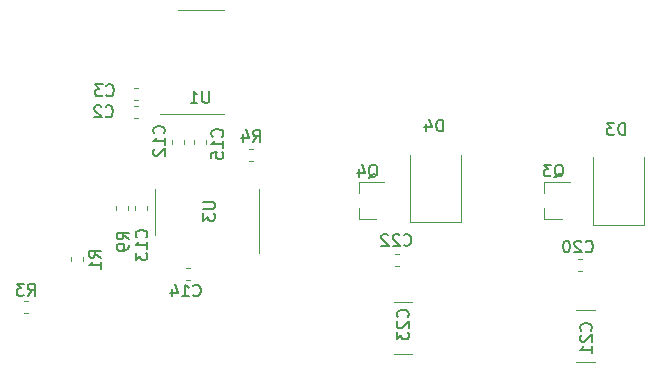
<source format=gbo>
G04 #@! TF.GenerationSoftware,KiCad,Pcbnew,(5.1.2)-1*
G04 #@! TF.CreationDate,2019-05-27T08:40:29+02:00*
G04 #@! TF.ProjectId,fireSound,66697265-536f-4756-9e64-2e6b69636164,rev?*
G04 #@! TF.SameCoordinates,Original*
G04 #@! TF.FileFunction,Legend,Bot*
G04 #@! TF.FilePolarity,Positive*
%FSLAX46Y46*%
G04 Gerber Fmt 4.6, Leading zero omitted, Abs format (unit mm)*
G04 Created by KiCad (PCBNEW (5.1.2)-1) date 2019-05-27 08:40:29*
%MOMM*%
%LPD*%
G04 APERTURE LIST*
%ADD10C,0.120000*%
%ADD11C,0.150000*%
G04 APERTURE END LIST*
D10*
X53990000Y-177155000D02*
X55450000Y-177155000D01*
X53990000Y-173995000D02*
X56150000Y-173995000D01*
X53990000Y-173995000D02*
X53990000Y-174925000D01*
X53990000Y-177155000D02*
X53990000Y-176225000D01*
X69715000Y-177130000D02*
X69715000Y-176200000D01*
X69715000Y-173970000D02*
X69715000Y-174900000D01*
X69715000Y-173970000D02*
X71875000Y-173970000D01*
X69715000Y-177130000D02*
X71175000Y-177130000D01*
X62650000Y-177375000D02*
X58350000Y-177375000D01*
X58350000Y-177375000D02*
X58350000Y-171675000D01*
X62650000Y-177375000D02*
X62650000Y-171675000D01*
X78125000Y-177600000D02*
X78125000Y-171900000D01*
X73825000Y-177600000D02*
X73825000Y-171900000D01*
X78125000Y-177600000D02*
X73825000Y-177600000D01*
X58547369Y-184115000D02*
X56952631Y-184115000D01*
X58547369Y-188535000D02*
X56952631Y-188535000D01*
X57078733Y-181085000D02*
X57421267Y-181085000D01*
X57078733Y-180065000D02*
X57421267Y-180065000D01*
X74022369Y-189260000D02*
X72427631Y-189260000D01*
X74022369Y-184840000D02*
X72427631Y-184840000D01*
X72553733Y-180540000D02*
X72896267Y-180540000D01*
X72553733Y-181560000D02*
X72896267Y-181560000D01*
X36713000Y-176530000D02*
X36713000Y-174580000D01*
X36713000Y-176530000D02*
X36713000Y-178480000D01*
X45583000Y-176530000D02*
X45583000Y-174580000D01*
X45583000Y-176530000D02*
X45583000Y-179980000D01*
X34469800Y-175977733D02*
X34469800Y-176320267D01*
X33449800Y-175977733D02*
X33449800Y-176320267D01*
X44723233Y-171194000D02*
X45065767Y-171194000D01*
X44723233Y-172214000D02*
X45065767Y-172214000D01*
X40066500Y-170732267D02*
X40066500Y-170389733D01*
X41086500Y-170732267D02*
X41086500Y-170389733D01*
X39731767Y-182247000D02*
X39389233Y-182247000D01*
X39731767Y-181227000D02*
X39389233Y-181227000D01*
X36070000Y-175977733D02*
X36070000Y-176320267D01*
X35050000Y-175977733D02*
X35050000Y-176320267D01*
X38161500Y-170732267D02*
X38161500Y-170389733D01*
X39181500Y-170732267D02*
X39181500Y-170389733D01*
X40640000Y-168265000D02*
X37190000Y-168265000D01*
X40640000Y-168265000D02*
X42590000Y-168265000D01*
X40640000Y-159395000D02*
X38690000Y-159395000D01*
X40640000Y-159395000D02*
X42590000Y-159395000D01*
X25991667Y-185091800D02*
X25649133Y-185091800D01*
X25991667Y-184071800D02*
X25649133Y-184071800D01*
X30672500Y-180295733D02*
X30672500Y-180638267D01*
X29652500Y-180295733D02*
X29652500Y-180638267D01*
X35350267Y-167007000D02*
X35007733Y-167007000D01*
X35350267Y-165987000D02*
X35007733Y-165987000D01*
X35350267Y-168594500D02*
X35007733Y-168594500D01*
X35350267Y-167574500D02*
X35007733Y-167574500D01*
D11*
X54845238Y-173622619D02*
X54940476Y-173575000D01*
X55035714Y-173479761D01*
X55178571Y-173336904D01*
X55273809Y-173289285D01*
X55369047Y-173289285D01*
X55321428Y-173527380D02*
X55416666Y-173479761D01*
X55511904Y-173384523D01*
X55559523Y-173194047D01*
X55559523Y-172860714D01*
X55511904Y-172670238D01*
X55416666Y-172575000D01*
X55321428Y-172527380D01*
X55130952Y-172527380D01*
X55035714Y-172575000D01*
X54940476Y-172670238D01*
X54892857Y-172860714D01*
X54892857Y-173194047D01*
X54940476Y-173384523D01*
X55035714Y-173479761D01*
X55130952Y-173527380D01*
X55321428Y-173527380D01*
X54035714Y-172860714D02*
X54035714Y-173527380D01*
X54273809Y-172479761D02*
X54511904Y-173194047D01*
X53892857Y-173194047D01*
X70570238Y-173597619D02*
X70665476Y-173550000D01*
X70760714Y-173454761D01*
X70903571Y-173311904D01*
X70998809Y-173264285D01*
X71094047Y-173264285D01*
X71046428Y-173502380D02*
X71141666Y-173454761D01*
X71236904Y-173359523D01*
X71284523Y-173169047D01*
X71284523Y-172835714D01*
X71236904Y-172645238D01*
X71141666Y-172550000D01*
X71046428Y-172502380D01*
X70855952Y-172502380D01*
X70760714Y-172550000D01*
X70665476Y-172645238D01*
X70617857Y-172835714D01*
X70617857Y-173169047D01*
X70665476Y-173359523D01*
X70760714Y-173454761D01*
X70855952Y-173502380D01*
X71046428Y-173502380D01*
X70284523Y-172502380D02*
X69665476Y-172502380D01*
X69998809Y-172883333D01*
X69855952Y-172883333D01*
X69760714Y-172930952D01*
X69713095Y-172978571D01*
X69665476Y-173073809D01*
X69665476Y-173311904D01*
X69713095Y-173407142D01*
X69760714Y-173454761D01*
X69855952Y-173502380D01*
X70141666Y-173502380D01*
X70236904Y-173454761D01*
X70284523Y-173407142D01*
X61138095Y-169702380D02*
X61138095Y-168702380D01*
X60900000Y-168702380D01*
X60757142Y-168750000D01*
X60661904Y-168845238D01*
X60614285Y-168940476D01*
X60566666Y-169130952D01*
X60566666Y-169273809D01*
X60614285Y-169464285D01*
X60661904Y-169559523D01*
X60757142Y-169654761D01*
X60900000Y-169702380D01*
X61138095Y-169702380D01*
X59709523Y-169035714D02*
X59709523Y-169702380D01*
X59947619Y-168654761D02*
X60185714Y-169369047D01*
X59566666Y-169369047D01*
X76538095Y-170002380D02*
X76538095Y-169002380D01*
X76300000Y-169002380D01*
X76157142Y-169050000D01*
X76061904Y-169145238D01*
X76014285Y-169240476D01*
X75966666Y-169430952D01*
X75966666Y-169573809D01*
X76014285Y-169764285D01*
X76061904Y-169859523D01*
X76157142Y-169954761D01*
X76300000Y-170002380D01*
X76538095Y-170002380D01*
X75633333Y-169002380D02*
X75014285Y-169002380D01*
X75347619Y-169383333D01*
X75204761Y-169383333D01*
X75109523Y-169430952D01*
X75061904Y-169478571D01*
X75014285Y-169573809D01*
X75014285Y-169811904D01*
X75061904Y-169907142D01*
X75109523Y-169954761D01*
X75204761Y-170002380D01*
X75490476Y-170002380D01*
X75585714Y-169954761D01*
X75633333Y-169907142D01*
X58132142Y-185407142D02*
X58179761Y-185359523D01*
X58227380Y-185216666D01*
X58227380Y-185121428D01*
X58179761Y-184978571D01*
X58084523Y-184883333D01*
X57989285Y-184835714D01*
X57798809Y-184788095D01*
X57655952Y-184788095D01*
X57465476Y-184835714D01*
X57370238Y-184883333D01*
X57275000Y-184978571D01*
X57227380Y-185121428D01*
X57227380Y-185216666D01*
X57275000Y-185359523D01*
X57322619Y-185407142D01*
X57322619Y-185788095D02*
X57275000Y-185835714D01*
X57227380Y-185930952D01*
X57227380Y-186169047D01*
X57275000Y-186264285D01*
X57322619Y-186311904D01*
X57417857Y-186359523D01*
X57513095Y-186359523D01*
X57655952Y-186311904D01*
X58227380Y-185740476D01*
X58227380Y-186359523D01*
X57227380Y-186692857D02*
X57227380Y-187311904D01*
X57608333Y-186978571D01*
X57608333Y-187121428D01*
X57655952Y-187216666D01*
X57703571Y-187264285D01*
X57798809Y-187311904D01*
X58036904Y-187311904D01*
X58132142Y-187264285D01*
X58179761Y-187216666D01*
X58227380Y-187121428D01*
X58227380Y-186835714D01*
X58179761Y-186740476D01*
X58132142Y-186692857D01*
X57817857Y-179307142D02*
X57865476Y-179354761D01*
X58008333Y-179402380D01*
X58103571Y-179402380D01*
X58246428Y-179354761D01*
X58341666Y-179259523D01*
X58389285Y-179164285D01*
X58436904Y-178973809D01*
X58436904Y-178830952D01*
X58389285Y-178640476D01*
X58341666Y-178545238D01*
X58246428Y-178450000D01*
X58103571Y-178402380D01*
X58008333Y-178402380D01*
X57865476Y-178450000D01*
X57817857Y-178497619D01*
X57436904Y-178497619D02*
X57389285Y-178450000D01*
X57294047Y-178402380D01*
X57055952Y-178402380D01*
X56960714Y-178450000D01*
X56913095Y-178497619D01*
X56865476Y-178592857D01*
X56865476Y-178688095D01*
X56913095Y-178830952D01*
X57484523Y-179402380D01*
X56865476Y-179402380D01*
X56484523Y-178497619D02*
X56436904Y-178450000D01*
X56341666Y-178402380D01*
X56103571Y-178402380D01*
X56008333Y-178450000D01*
X55960714Y-178497619D01*
X55913095Y-178592857D01*
X55913095Y-178688095D01*
X55960714Y-178830952D01*
X56532142Y-179402380D01*
X55913095Y-179402380D01*
X73657142Y-186557142D02*
X73704761Y-186509523D01*
X73752380Y-186366666D01*
X73752380Y-186271428D01*
X73704761Y-186128571D01*
X73609523Y-186033333D01*
X73514285Y-185985714D01*
X73323809Y-185938095D01*
X73180952Y-185938095D01*
X72990476Y-185985714D01*
X72895238Y-186033333D01*
X72800000Y-186128571D01*
X72752380Y-186271428D01*
X72752380Y-186366666D01*
X72800000Y-186509523D01*
X72847619Y-186557142D01*
X72847619Y-186938095D02*
X72800000Y-186985714D01*
X72752380Y-187080952D01*
X72752380Y-187319047D01*
X72800000Y-187414285D01*
X72847619Y-187461904D01*
X72942857Y-187509523D01*
X73038095Y-187509523D01*
X73180952Y-187461904D01*
X73752380Y-186890476D01*
X73752380Y-187509523D01*
X73752380Y-188461904D02*
X73752380Y-187890476D01*
X73752380Y-188176190D02*
X72752380Y-188176190D01*
X72895238Y-188080952D01*
X72990476Y-187985714D01*
X73038095Y-187890476D01*
X73217857Y-179857142D02*
X73265476Y-179904761D01*
X73408333Y-179952380D01*
X73503571Y-179952380D01*
X73646428Y-179904761D01*
X73741666Y-179809523D01*
X73789285Y-179714285D01*
X73836904Y-179523809D01*
X73836904Y-179380952D01*
X73789285Y-179190476D01*
X73741666Y-179095238D01*
X73646428Y-179000000D01*
X73503571Y-178952380D01*
X73408333Y-178952380D01*
X73265476Y-179000000D01*
X73217857Y-179047619D01*
X72836904Y-179047619D02*
X72789285Y-179000000D01*
X72694047Y-178952380D01*
X72455952Y-178952380D01*
X72360714Y-179000000D01*
X72313095Y-179047619D01*
X72265476Y-179142857D01*
X72265476Y-179238095D01*
X72313095Y-179380952D01*
X72884523Y-179952380D01*
X72265476Y-179952380D01*
X71646428Y-178952380D02*
X71551190Y-178952380D01*
X71455952Y-179000000D01*
X71408333Y-179047619D01*
X71360714Y-179142857D01*
X71313095Y-179333333D01*
X71313095Y-179571428D01*
X71360714Y-179761904D01*
X71408333Y-179857142D01*
X71455952Y-179904761D01*
X71551190Y-179952380D01*
X71646428Y-179952380D01*
X71741666Y-179904761D01*
X71789285Y-179857142D01*
X71836904Y-179761904D01*
X71884523Y-179571428D01*
X71884523Y-179333333D01*
X71836904Y-179142857D01*
X71789285Y-179047619D01*
X71741666Y-179000000D01*
X71646428Y-178952380D01*
X40827380Y-175688095D02*
X41636904Y-175688095D01*
X41732142Y-175735714D01*
X41779761Y-175783333D01*
X41827380Y-175878571D01*
X41827380Y-176069047D01*
X41779761Y-176164285D01*
X41732142Y-176211904D01*
X41636904Y-176259523D01*
X40827380Y-176259523D01*
X40827380Y-176640476D02*
X40827380Y-177259523D01*
X41208333Y-176926190D01*
X41208333Y-177069047D01*
X41255952Y-177164285D01*
X41303571Y-177211904D01*
X41398809Y-177259523D01*
X41636904Y-177259523D01*
X41732142Y-177211904D01*
X41779761Y-177164285D01*
X41827380Y-177069047D01*
X41827380Y-176783333D01*
X41779761Y-176688095D01*
X41732142Y-176640476D01*
X34527380Y-178833333D02*
X34051190Y-178500000D01*
X34527380Y-178261904D02*
X33527380Y-178261904D01*
X33527380Y-178642857D01*
X33575000Y-178738095D01*
X33622619Y-178785714D01*
X33717857Y-178833333D01*
X33860714Y-178833333D01*
X33955952Y-178785714D01*
X34003571Y-178738095D01*
X34051190Y-178642857D01*
X34051190Y-178261904D01*
X34527380Y-179309523D02*
X34527380Y-179500000D01*
X34479761Y-179595238D01*
X34432142Y-179642857D01*
X34289285Y-179738095D01*
X34098809Y-179785714D01*
X33717857Y-179785714D01*
X33622619Y-179738095D01*
X33575000Y-179690476D01*
X33527380Y-179595238D01*
X33527380Y-179404761D01*
X33575000Y-179309523D01*
X33622619Y-179261904D01*
X33717857Y-179214285D01*
X33955952Y-179214285D01*
X34051190Y-179261904D01*
X34098809Y-179309523D01*
X34146428Y-179404761D01*
X34146428Y-179595238D01*
X34098809Y-179690476D01*
X34051190Y-179738095D01*
X33955952Y-179785714D01*
X45066666Y-170577380D02*
X45400000Y-170101190D01*
X45638095Y-170577380D02*
X45638095Y-169577380D01*
X45257142Y-169577380D01*
X45161904Y-169625000D01*
X45114285Y-169672619D01*
X45066666Y-169767857D01*
X45066666Y-169910714D01*
X45114285Y-170005952D01*
X45161904Y-170053571D01*
X45257142Y-170101190D01*
X45638095Y-170101190D01*
X44209523Y-169910714D02*
X44209523Y-170577380D01*
X44447619Y-169529761D02*
X44685714Y-170244047D01*
X44066666Y-170244047D01*
X42432142Y-170132142D02*
X42479761Y-170084523D01*
X42527380Y-169941666D01*
X42527380Y-169846428D01*
X42479761Y-169703571D01*
X42384523Y-169608333D01*
X42289285Y-169560714D01*
X42098809Y-169513095D01*
X41955952Y-169513095D01*
X41765476Y-169560714D01*
X41670238Y-169608333D01*
X41575000Y-169703571D01*
X41527380Y-169846428D01*
X41527380Y-169941666D01*
X41575000Y-170084523D01*
X41622619Y-170132142D01*
X42527380Y-171084523D02*
X42527380Y-170513095D01*
X42527380Y-170798809D02*
X41527380Y-170798809D01*
X41670238Y-170703571D01*
X41765476Y-170608333D01*
X41813095Y-170513095D01*
X41527380Y-171989285D02*
X41527380Y-171513095D01*
X42003571Y-171465476D01*
X41955952Y-171513095D01*
X41908333Y-171608333D01*
X41908333Y-171846428D01*
X41955952Y-171941666D01*
X42003571Y-171989285D01*
X42098809Y-172036904D01*
X42336904Y-172036904D01*
X42432142Y-171989285D01*
X42479761Y-171941666D01*
X42527380Y-171846428D01*
X42527380Y-171608333D01*
X42479761Y-171513095D01*
X42432142Y-171465476D01*
X39992857Y-183582142D02*
X40040476Y-183629761D01*
X40183333Y-183677380D01*
X40278571Y-183677380D01*
X40421428Y-183629761D01*
X40516666Y-183534523D01*
X40564285Y-183439285D01*
X40611904Y-183248809D01*
X40611904Y-183105952D01*
X40564285Y-182915476D01*
X40516666Y-182820238D01*
X40421428Y-182725000D01*
X40278571Y-182677380D01*
X40183333Y-182677380D01*
X40040476Y-182725000D01*
X39992857Y-182772619D01*
X39040476Y-183677380D02*
X39611904Y-183677380D01*
X39326190Y-183677380D02*
X39326190Y-182677380D01*
X39421428Y-182820238D01*
X39516666Y-182915476D01*
X39611904Y-182963095D01*
X38183333Y-183010714D02*
X38183333Y-183677380D01*
X38421428Y-182629761D02*
X38659523Y-183344047D01*
X38040476Y-183344047D01*
X36007142Y-178682142D02*
X36054761Y-178634523D01*
X36102380Y-178491666D01*
X36102380Y-178396428D01*
X36054761Y-178253571D01*
X35959523Y-178158333D01*
X35864285Y-178110714D01*
X35673809Y-178063095D01*
X35530952Y-178063095D01*
X35340476Y-178110714D01*
X35245238Y-178158333D01*
X35150000Y-178253571D01*
X35102380Y-178396428D01*
X35102380Y-178491666D01*
X35150000Y-178634523D01*
X35197619Y-178682142D01*
X36102380Y-179634523D02*
X36102380Y-179063095D01*
X36102380Y-179348809D02*
X35102380Y-179348809D01*
X35245238Y-179253571D01*
X35340476Y-179158333D01*
X35388095Y-179063095D01*
X35102380Y-179967857D02*
X35102380Y-180586904D01*
X35483333Y-180253571D01*
X35483333Y-180396428D01*
X35530952Y-180491666D01*
X35578571Y-180539285D01*
X35673809Y-180586904D01*
X35911904Y-180586904D01*
X36007142Y-180539285D01*
X36054761Y-180491666D01*
X36102380Y-180396428D01*
X36102380Y-180110714D01*
X36054761Y-180015476D01*
X36007142Y-179967857D01*
X37507142Y-169857142D02*
X37554761Y-169809523D01*
X37602380Y-169666666D01*
X37602380Y-169571428D01*
X37554761Y-169428571D01*
X37459523Y-169333333D01*
X37364285Y-169285714D01*
X37173809Y-169238095D01*
X37030952Y-169238095D01*
X36840476Y-169285714D01*
X36745238Y-169333333D01*
X36650000Y-169428571D01*
X36602380Y-169571428D01*
X36602380Y-169666666D01*
X36650000Y-169809523D01*
X36697619Y-169857142D01*
X37602380Y-170809523D02*
X37602380Y-170238095D01*
X37602380Y-170523809D02*
X36602380Y-170523809D01*
X36745238Y-170428571D01*
X36840476Y-170333333D01*
X36888095Y-170238095D01*
X36697619Y-171190476D02*
X36650000Y-171238095D01*
X36602380Y-171333333D01*
X36602380Y-171571428D01*
X36650000Y-171666666D01*
X36697619Y-171714285D01*
X36792857Y-171761904D01*
X36888095Y-171761904D01*
X37030952Y-171714285D01*
X37602380Y-171142857D01*
X37602380Y-171761904D01*
X41336904Y-166277380D02*
X41336904Y-167086904D01*
X41289285Y-167182142D01*
X41241666Y-167229761D01*
X41146428Y-167277380D01*
X40955952Y-167277380D01*
X40860714Y-167229761D01*
X40813095Y-167182142D01*
X40765476Y-167086904D01*
X40765476Y-166277380D01*
X39765476Y-167277380D02*
X40336904Y-167277380D01*
X40051190Y-167277380D02*
X40051190Y-166277380D01*
X40146428Y-166420238D01*
X40241666Y-166515476D01*
X40336904Y-166563095D01*
X25987066Y-183604180D02*
X26320400Y-183127990D01*
X26558495Y-183604180D02*
X26558495Y-182604180D01*
X26177542Y-182604180D01*
X26082304Y-182651800D01*
X26034685Y-182699419D01*
X25987066Y-182794657D01*
X25987066Y-182937514D01*
X26034685Y-183032752D01*
X26082304Y-183080371D01*
X26177542Y-183127990D01*
X26558495Y-183127990D01*
X25653733Y-182604180D02*
X25034685Y-182604180D01*
X25368019Y-182985133D01*
X25225161Y-182985133D01*
X25129923Y-183032752D01*
X25082304Y-183080371D01*
X25034685Y-183175609D01*
X25034685Y-183413704D01*
X25082304Y-183508942D01*
X25129923Y-183556561D01*
X25225161Y-183604180D01*
X25510876Y-183604180D01*
X25606114Y-183556561D01*
X25653733Y-183508942D01*
X32152380Y-180383333D02*
X31676190Y-180050000D01*
X32152380Y-179811904D02*
X31152380Y-179811904D01*
X31152380Y-180192857D01*
X31200000Y-180288095D01*
X31247619Y-180335714D01*
X31342857Y-180383333D01*
X31485714Y-180383333D01*
X31580952Y-180335714D01*
X31628571Y-180288095D01*
X31676190Y-180192857D01*
X31676190Y-179811904D01*
X32152380Y-181335714D02*
X32152380Y-180764285D01*
X32152380Y-181050000D02*
X31152380Y-181050000D01*
X31295238Y-180954761D01*
X31390476Y-180859523D01*
X31438095Y-180764285D01*
X32641666Y-166632142D02*
X32689285Y-166679761D01*
X32832142Y-166727380D01*
X32927380Y-166727380D01*
X33070238Y-166679761D01*
X33165476Y-166584523D01*
X33213095Y-166489285D01*
X33260714Y-166298809D01*
X33260714Y-166155952D01*
X33213095Y-165965476D01*
X33165476Y-165870238D01*
X33070238Y-165775000D01*
X32927380Y-165727380D01*
X32832142Y-165727380D01*
X32689285Y-165775000D01*
X32641666Y-165822619D01*
X32308333Y-165727380D02*
X31689285Y-165727380D01*
X32022619Y-166108333D01*
X31879761Y-166108333D01*
X31784523Y-166155952D01*
X31736904Y-166203571D01*
X31689285Y-166298809D01*
X31689285Y-166536904D01*
X31736904Y-166632142D01*
X31784523Y-166679761D01*
X31879761Y-166727380D01*
X32165476Y-166727380D01*
X32260714Y-166679761D01*
X32308333Y-166632142D01*
X32566666Y-168407142D02*
X32614285Y-168454761D01*
X32757142Y-168502380D01*
X32852380Y-168502380D01*
X32995238Y-168454761D01*
X33090476Y-168359523D01*
X33138095Y-168264285D01*
X33185714Y-168073809D01*
X33185714Y-167930952D01*
X33138095Y-167740476D01*
X33090476Y-167645238D01*
X32995238Y-167550000D01*
X32852380Y-167502380D01*
X32757142Y-167502380D01*
X32614285Y-167550000D01*
X32566666Y-167597619D01*
X32185714Y-167597619D02*
X32138095Y-167550000D01*
X32042857Y-167502380D01*
X31804761Y-167502380D01*
X31709523Y-167550000D01*
X31661904Y-167597619D01*
X31614285Y-167692857D01*
X31614285Y-167788095D01*
X31661904Y-167930952D01*
X32233333Y-168502380D01*
X31614285Y-168502380D01*
M02*

</source>
